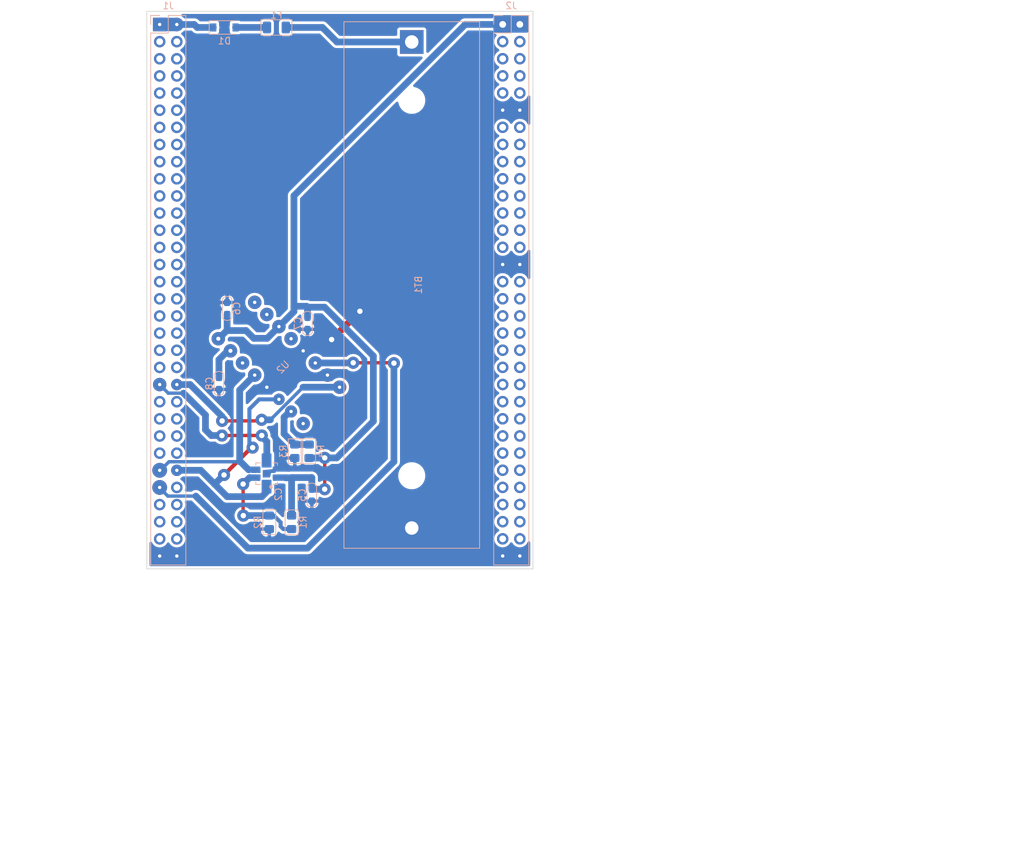
<source format=kicad_pcb>
(kicad_pcb (version 20211014) (generator pcbnew)
  (layers (0 "F.Cu" signal) (31 "B.Cu" signal) (34 "B.Paste" user) (35 "F.Paste" user) (36 "B.SilkS" user "B.Silkscreen") (37 "F.SilkS" user "F.Silkscreen") (38 "B.Mask" user) (39 "F.Mask" user) (44 "Edge.Cuts" user))
  (net 0 "")
  (net 1 "Net-(C8-Pad1)")
  (net 2 "GND")
  (net 3 "Net-(BT1-Pad1)")
  (net 4 "/GPIO_PE6")
  (net 5 "/GPIO_PC13")
  (net 6 "/GPIO_PE4")
  (net 7 "/GPIO_PE5")
  (net 8 "/GPIO_PE2")
  (net 9 "/GPIO_PE3")
  (net 10 "+3V0")
  (net 11 "/GPIO_PB7")
  (net 12 "/GPIO_PB4")
  (net 13 "/GPIO_PG9")
  (net 14 "/GPIO_PD7")
  (net 15 "/GPIO_PD5")
  (net 16 "/GPIO_PD4")
  (net 17 "/GPIO_PD2")
  (net 18 "/GPIO_PC12")
  (net 19 "/SDA")
  (net 20 "/SCL")
  (net 21 "/AINT1")
  (net 22 "VDD")
  (net 23 "+5V")
  (net 24 "/I2C_EXT_RST")
  (net 25 "/GPIO_PF6")
  (net 26 "/GPIO_PA5")
  (net 27 "/GPIO_PG3")
  (net 28 "/GPIO_PG2")
  (net 29 "Net-(C2-Pad2)")
  (net 30 "/AINT2")
  (net 31 "Net-(D1-Pad2)")
  (net 124 "/SA0")
  (footprint "local:LPS28DFWTR" (layer "B.Cu") (at 39.38 87.537726 90)
    (fp_text reference "C2" (at -3.06 1.75 90) (layer "B.SilkS") (effects (justify mirror)))
    (fp_text value "LPS28DFWTR" hide)
    (fp_text user "*" (at -1.9558 0.956 90) (layer "B.SilkS") (effects (justify mirror)))
    (fp_text user "*" (at -1.9558 0.956 90) (layer "B.SilkS") (effects (justify mirror)))
    (fp_line (start -1.6002 -1.6002) (end -1.225598 -1.6002) (layer "B.SilkS") (width 0.12))
    (fp_line (start -1.6002 -0.904597) (end -1.6002 -1.6002) (layer "B.SilkS") (width 0.12))
    (fp_line (start -1.6002 1.6002) (end -1.6002 0.904597) (layer "B.SilkS") (width 0.12))
    (fp_line (start 1.6002 1.6002) (end 1.225598 1.6002) (layer "B.SilkS") (width 0.12))
    (fp_line (start 1.6002 -1.6002) (end 1.6002 -0.904597) (layer "B.SilkS") (width 0.12))
    (fp_line (start 1.6002 0.904597) (end 1.6002 1.6002) (layer "B.SilkS") (width 0.12))
    (fp_line (start -1.225598 1.6002) (end -1.6002 1.6002) (layer "B.SilkS") (width 0.12))
    (fp_line (start 1.225598 -1.6002) (end 1.6002 -1.6002) (layer "B.SilkS") (width 0.12))
    (pad "1" smd rect (at -1.1176 0) (size 1.4478 0.4064) (layers "B.Cu" "B.Paste" "B.Mask") (net 19 "/SDA"))
    (pad "2" smd rect (at -0.575 -1.1176 90) (size 0.9398 0.4064) (layers "B.Cu" "B.Paste" "B.Mask") (net 29 "Net-(C2-Pad2)"))
    (pad "3" smd rect (at 0.575 -1.1176 90) (size 0.9398 0.4064) (layers "B.Cu" "B.Paste" "B.Mask") (net 20 "/SCL"))
    (pad "4" smd rect (at 1.1176 0) (size 1.4478 0.4064) (layers "B.Cu" "B.Paste" "B.Mask") (net 18 "/GPIO_PC12"))
    (pad "5" smd rect (at 0.575 1.1176 90) (size 0.9398 0.4064) (layers "B.Cu" "B.Paste" "B.Mask") (net 2 "GND"))
    (pad "6" smd rect (at -0.575 1.1176 90) (size 0.9398 0.4064) (layers "B.Cu" "B.Paste" "B.Mask") (net 10 "+3V0"))
    (pad "7" smd rect (at 0 0 90) (size 0.9398 0.9398) (layers "B.Cu" "B.Paste" "B.Mask") (net 2 "GND"))
  )
  (footprint "Battery:BatteryHolder_MPD_BH-18650-PC2" (layer "B.Cu") (at 60.88 23.587726 -90)
    (fp_text reference "BT1" (at 36 -1 90) (layer "B.SilkS") (effects (justify mirror)))
    (fp_text value "Battery_Cell")
    (fp_line (start 75 -10.05) (end -3 -10.05) (layer "B.SilkS") (width 0.12))
    (fp_line (start -3 10.05) (end 75 10.05) (layer "B.SilkS") (width 0.12))
    (fp_line (start -3 -10.05) (end -3 10.05) (layer "B.SilkS") (width 0.12))
    (fp_line (start 75 10.05) (end 75 -10.05) (layer "B.SilkS") (width 0.12))
    (pad "" np_thru_hole circle (at 64.255 0 270) (size 3.2 3.2) (drill 3.2) (layers *.Cu *.Mask))
    (pad "" np_thru_hole circle (at 8.645 0 270) (size 3.2 3.2) (drill 3.2) (layers *.Cu *.Mask))
    (pad "1" thru_hole rect (at 0 0 270) (size 3.5 3.5) (drill 2) (layers *.Cu *.Mask) (net 3 "Net-(BT1-Pad1)"))
    (pad "2" thru_hole circle (at 72 0 270) (size 3.5 3.5) (drill 2) (layers *.Cu *.Mask) (net 2 "GND"))
  )
  (footprint "Connector_PinSocket_2.54mm:PinSocket_2x32_P2.54mm_Vertical" (layer "B.Cu") (at 23.54 20.997726 180)
    (fp_text reference "J1" (at -1.27 2.77) (layer "B.SilkS") (effects (justify mirror)))
    (fp_text value "Conn_02x32_Odd_Even")
    (fp_line (start -3.87 -80.07) (end 1.33 -80.07) (layer "B.SilkS") (width 0.12))
    (fp_line (start -1.27 1.33) (end -1.27 -1.27) (layer "B.SilkS") (width 0.12))
    (fp_line (start -1.27 -1.27) (end 1.33 -1.27) (layer "B.SilkS") (width 0.12))
    (fp_line (start 0 1.33) (end 1.33 1.33) (layer "B.SilkS") (width 0.12))
    (fp_line (start -3.87 1.33) (end -3.87 -80.07) (layer "B.SilkS") (width 0.12))
    (fp_line (start 1.33 1.33) (end 1.33 0) (layer "B.SilkS") (width 0.12))
    (fp_line (start 1.33 -1.27) (end 1.33 -80.07) (layer "B.SilkS") (width 0.12))
    (fp_line (start -3.87 1.33) (end -1.27 1.33) (layer "B.SilkS") (width 0.12))
    (pad "1" thru_hole rect locked (at 0 0 180) (size 2 2) (drill 0.5) (layers *.Cu *.Mask) (net 23 "+5V"))
    (pad "2" thru_hole circle locked (at -2.54 0 180) (size 2 2) (drill 0.5) (layers *.Cu *.Mask) (net 23 "+5V"))
    (pad "3" thru_hole oval locked (at 0 -2.54 180) (size 1.7 1.7) (drill 1) (layers *.Cu *.Mask))
    (pad "4" thru_hole oval locked (at -2.54 -2.54 180) (size 1.7 1.7) (drill 1) (layers *.Cu *.Mask))
    (pad "5" thru_hole oval locked (at 0 -5.08 180) (size 1.7 1.7) (drill 1) (layers *.Cu *.Mask))
    (pad "6" thru_hole oval locked (at -2.54 -5.08 180) (size 1.7 1.7) (drill 1) (layers *.Cu *.Mask))
    (pad "7" thru_hole oval locked (at 0 -7.62 180) (size 1.7 1.7) (drill 1) (layers *.Cu *.Mask))
    (pad "8" thru_hole oval locked (at -2.54 -7.62 180) (size 1.7 1.7) (drill 1) (layers *.Cu *.Mask))
    (pad "9" thru_hole oval locked (at 0 -10.16 180) (size 1.7 1.7) (drill 1) (layers *.Cu *.Mask))
    (pad "10" thru_hole oval locked (at -2.54 -10.16 180) (size 1.7 1.7) (drill 1) (layers *.Cu *.Mask))
    (pad "11" thru_hole oval locked (at 0 -12.7 180) (size 1.7 1.7) (drill 1) (layers *.Cu *.Mask) (net 4 "/GPIO_PE6"))
    (pad "12" thru_hole oval locked (at -2.54 -12.7 180) (size 1.7 1.7) (drill 1) (layers *.Cu *.Mask) (net 5 "/GPIO_PC13"))
    (pad "13" thru_hole oval locked (at 0 -15.24 180) (size 1.7 1.7) (drill 1) (layers *.Cu *.Mask) (net 6 "/GPIO_PE4"))
    (pad "14" thru_hole oval locked (at -2.54 -15.24 180) (size 1.7 1.7) (drill 1) (layers *.Cu *.Mask) (net 7 "/GPIO_PE5"))
    (pad "15" thru_hole oval locked (at 0 -17.78 180) (size 1.7 1.7) (drill 1) (layers *.Cu *.Mask) (net 8 "/GPIO_PE2"))
    (pad "16" thru_hole oval locked (at -2.54 -17.78 180) (size 1.7 1.7) (drill 1) (layers *.Cu *.Mask) (net 9 "/GPIO_PE3"))
    (pad "17" thru_hole oval locked (at 0 -20.32 180) (size 1.7 1.7) (drill 1) (layers *.Cu *.Mask))
    (pad "18" thru_hole oval locked (at -2.54 -20.32 180) (size 1.7 1.7) (drill 1) (layers *.Cu *.Mask))
    (pad "19" thru_hole oval locked (at 0 -22.86 180) (size 1.7 1.7) (drill 1) (layers *.Cu *.Mask))
    (pad "20" thru_hole oval locked (at -2.54 -22.86 180) (size 1.7 1.7) (drill 1) (layers *.Cu *.Mask))
    (pad "21" thru_hole oval locked (at 0 -25.4 180) (size 1.7 1.7) (drill 1) (layers *.Cu *.Mask))
    (pad "22" thru_hole oval locked (at -2.54 -25.4 180) (size 1.7 1.7) (drill 1) (layers *.Cu *.Mask) (net 22 "VDD"))
    (pad "23" thru_hole oval locked (at 0 -27.94 180) (size 1.7 1.7) (drill 1) (layers *.Cu *.Mask))
    (pad "24" thru_hole oval locked (at -2.54 -27.94 180) (size 1.7 1.7) (drill 1) (layers *.Cu *.Mask) (net 11 "/GPIO_PB7"))
    (pad "25" thru_hole oval locked (at 0 -30.48 180) (size 1.7 1.7) (drill 1) (layers *.Cu *.Mask) (net 12 "/GPIO_PB4"))
    (pad "26" thru_hole oval locked (at -2.54 -30.48 180) (size 1.7 1.7) (drill 1) (layers *.Cu *.Mask))
    (pad "27" thru_hole oval locked (at 0 -33.02 180) (size 1.7 1.7) (drill 1) (layers *.Cu *.Mask))
    (pad "28" thru_hole oval locked (at -2.54 -33.02 180) (size 1.7 1.7) (drill 1) (layers *.Cu *.Mask))
    (pad "29" thru_hole oval locked (at 0 -35.56 180) (size 1.7 1.7) (drill 1) (layers *.Cu *.Mask))
    (pad "30" thru_hole oval locked (at -2.54 -35.56 180) (size 1.7 1.7) (drill 1) (layers *.Cu *.Mask))
    (pad "31" thru_hole oval locked (at 0 -38.1 180) (size 1.7 1.7) (drill 1) (layers *.Cu *.Mask))
    (pad "32" thru_hole oval locked (at -2.54 -38.1 180) (size 1.7 1.7) (drill 1) (layers *.Cu *.Mask))
    (pad "33" thru_hole oval locked (at 0 -40.64 180) (size 1.7 1.7) (drill 1) (layers *.Cu *.Mask) (net 13 "/GPIO_PG9"))
    (pad "34" thru_hole oval locked (at -2.54 -40.64 180) (size 1.7 1.7) (drill 1) (layers *.Cu *.Mask))
    (pad "35" thru_hole oval locked (at 0 -43.18 180) (size 1.7 1.7) (drill 1) (layers *.Cu *.Mask) (net 14 "/GPIO_PD7"))
    (pad "36" thru_hole oval locked (at -2.54 -43.18 180) (size 1.7 1.7) (drill 1) (layers *.Cu *.Mask))
    (pad "37" thru_hole oval locked (at 0 -45.72 180) (size 1.7 1.7) (drill 1) (layers *.Cu *.Mask) (net 15 "/GPIO_PD5"))
    (pad "38" thru_hole oval locked (at -2.54 -45.72 180) (size 1.7 1.7) (drill 1) (layers *.Cu *.Mask) (net 16 "/GPIO_PD4"))
    (pad "39" thru_hole oval locked (at 0 -48.26 180) (size 1.7 1.7) (drill 1) (layers *.Cu *.Mask))
    (pad "40" thru_hole oval locked (at -2.54 -48.26 180) (size 1.7 1.7) (drill 1) (layers *.Cu *.Mask) (net 17 "/GPIO_PD2"))
    (pad "41" thru_hole oval locked (at 0 -50.8 180) (size 1.7 1.7) (drill 1) (layers *.Cu *.Mask))
    (pad "42" thru_hole oval locked (at -2.54 -50.8 180) (size 1.7 1.7) (drill 1) (layers *.Cu *.Mask))
    (pad "43" thru_hole circle locked (at 0 -53.34 180) (size 2 2) (drill 0.5) (layers *.Cu *.Mask) (net 18 "/GPIO_PC12"))
    (pad "44" thru_hole oval locked (at -2.54 -53.34 180) (size 1.7 1.7) (drill 0.5) (layers *.Cu *.Mask) (net 30 "/AINT2"))
    (pad "45" thru_hole oval locked (at 0 -55.88 180) (size 1.7 1.7) (drill 1) (layers *.Cu *.Mask))
    (pad "46" thru_hole oval locked (at -2.54 -55.88 180) (size 1.7 1.7) (drill 1) (layers *.Cu *.Mask))
    (pad "47" thru_hole oval locked (at 0 -58.42 180) (size 1.7 1.7) (drill 1) (layers *.Cu *.Mask))
    (pad "48" thru_hole oval locked (at -2.54 -58.42 180) (size 1.7 1.7) (drill 1) (layers *.Cu *.Mask))
    (pad "49" thru_hole oval locked (at 0 -60.96 180) (size 1.7 1.7) (drill 1) (layers *.Cu *.Mask))
    (pad "50" thru_hole oval locked (at -2.54 -60.96 180) (size 1.7 1.7) (drill 1) (layers *.Cu *.Mask))
    (pad "51" thru_hole oval locked (at 0 -63.5 180) (size 1.7 1.7) (drill 1) (layers *.Cu *.Mask))
    (pad "52" thru_hole oval locked (at -2.54 -63.5 180) (size 1.7 1.7) (drill 1) (layers *.Cu *.Mask))
    (pad "53" thru_hole circle locked (at 0 -66.04 180) (size 2.2 2.2) (drill 0.5) (layers *.Cu *.Mask) (net 20 "/SCL"))
    (pad "54" thru_hole oval locked (at -2.54 -66.04 180) (size 1.7 1.7) (drill 0.5) (layers *.Cu *.Mask) (net 19 "/SDA"))
    (pad "55" thru_hole circle locked (at 0 -68.58 180) (size 2.2 2.2) (drill 0.5) (layers *.Cu *.Mask) (net 21 "/AINT1"))
    (pad "56" thru_hole oval locked (at -2.54 -68.58 180) (size 1.7 1.7) (drill 1) (layers *.Cu *.Mask))
    (pad "57" thru_hole oval locked (at 0 -71.12 180) (size 1.7 1.7) (drill 1) (layers *.Cu *.Mask))
    (pad "58" thru_hole oval locked (at -2.54 -71.12 180) (size 1.7 1.7) (drill 1) (layers *.Cu *.Mask))
    (pad "59" thru_hole oval locked (at 0 -73.66 180) (size 1.7 1.7) (drill 1) (layers *.Cu *.Mask))
    (pad "60" thru_hole oval locked (at -2.54 -73.66 180) (size 1.7 1.7) (drill 1) (layers *.Cu *.Mask))
    (pad "61" thru_hole oval locked (at 0 -76.2 180) (size 1.7 1.7) (drill 1) (layers *.Cu *.Mask))
    (pad "62" thru_hole oval locked (at -2.54 -76.2 180) (size 1.7 1.7) (drill 1) (layers *.Cu *.Mask))
    (pad "63" thru_hole oval locked (at 0 -78.74 180) (size 1.7 1.7) (drill 0.5) (layers *.Cu *.Mask) (net 2 "GND"))
    (pad "64" thru_hole oval locked (at -2.54 -78.74 180) (size 1.7 1.7) (drill 0.5) (layers *.Cu *.Mask) (net 2 "GND"))
  )
  (footprint "local:LGA16_BRAKEOUT" (layer "B.Cu") (at 32.224744 63.953521 -135)
    (fp_text reference "U2" (at -1.252322 -12.303277 45 unlocked) (layer "B.SilkS") (effects (justify mirror)))
    (fp_text value "MMA8452Q")
    (pad "1" thru_hole circle (at 2.54 -2.54 225) (size 2 2) (drill 0.6) (layers *.Cu *.Mask) (net 10 "+3V0"))
    (pad "2" thru_hole circle (at 2.54 -5.08 225) (size 2 2) (drill 0.6) (layers *.Cu *.Mask) (net 1 "Net-(C8-Pad1)"))
    (pad "3" thru_hole circle (at 2.54 -7.62 225) (size 2 2) (drill 0.5) (layers *.Cu *.Mask))
    (pad "4" thru_hole circle (at 2.54 -10.16 225) (size 2 2) (drill 0.5) (layers *.Cu *.Mask) (net 20 "/SCL"))
    (pad "5" thru_hole circle (at 2.54 -12.7 225) (size 2 2) (drill 0.5) (layers *.Cu *.Mask) (net 2 "GND"))
    (pad "6" thru_hole circle (at 2.54 -15.24 225) (size 1.7 1.7) (drill 0.5) (layers *.Cu *.Mask) (net 19 "/SDA"))
    (pad "7" thru_hole circle (at 2.54 -17.78 225) (size 1.8 1.8) (drill 0.5) (layers *.Cu *.Mask) (net 124 "/SA0"))
    (pad "8" thru_hole circle (at 2.54 -20.32 225) (size 2 2) (drill 0.5) (layers *.Cu *.Mask))
    (pad "9" thru_hole circle (at -5.08 -20.32 225) (size 2 2) (drill 0.5) (layers *.Cu *.Mask) (net 30 "/AINT2"))
    (pad "10" thru_hole circle (at -5.08 -17.78 225) (size 2 2) (drill 0.5) (layers *.Cu *.Mask) (net 2 "GND"))
    (pad "11" thru_hole circle (at -5.08 -15.24 225) (size 2 2) (drill 0.5) (layers *.Cu *.Mask) (net 21 "/AINT1"))
    (pad "12" thru_hole circle (at -5.08 -12.700001 225) (size 2 2) (drill 0.5) (layers *.Cu *.Mask) (net 2 "GND"))
    (pad "13" thru_hole circle (at -5.08 -10.159999 225) (size 2 2) (drill 0.5) (layers *.Cu *.Mask))
    (pad "14" thru_hole circle (at -5.08 -7.62 225) (size 2 2) (drill 0.5) (layers *.Cu *.Mask) (net 10 "+3V0"))
    (pad "15" thru_hole circle (at -5.08 -5.08 225) (size 2 2) (drill 0.5) (layers *.Cu *.Mask))
    (pad "16" thru_hole circle (at -5.08 -2.54 225) (size 2 2) (drill 0.5) (layers *.Cu *.Mask))
  )
  (footprint "Resistor_SMD_AKL:R_0805_2012Metric_Pad1.20x1.40mm" (layer "B.Cu") (at 45.68 84.217726 90)
    (fp_text reference "R4" (at 0 1.7145 90) (layer "B.SilkS") (effects (justify mirror)))
    (fp_text value "R")
    (fp_line (start 1.8415 0.9525) (end -1.8415 0.9525) (layer "B.SilkS") (width 0.12))
    (fp_line (start 1.8415 -0.9525) (end 1.8415 0.9525) (layer "B.SilkS") (width 0.12))
    (fp_line (start -1.8415 0.9525) (end -1.8415 -0.9525) (layer "B.SilkS") (width 0.12))
    (fp_line (start -1.8415 -0.9525) (end 1.8415 -0.9525) (layer "B.SilkS") (width 0.12))
    (pad "1" smd roundrect (at -1 0 90) (size 1.2 1.4) (layers "B.Cu" "B.Paste" "B.Mask") (roundrect_rratio 0.208333) (net 10 "+3V0"))
    (pad "2" smd roundrect (at 1 0 90) (size 1.2 1.4) (layers "B.Cu" "B.Paste" "B.Mask") (roundrect_rratio 0.208333) (net 124 "/SA0"))
  )
  (footprint "Connector_PinSocket_2.54mm:PinSocket_2x32_P2.54mm_Vertical" (layer "B.Cu") (at 74.35 20.987726 180)
    (fp_text reference "J2" (at -1.27 2.77) (layer "B.SilkS") (effects (justify mirror)))
    (fp_text value "Conn_02x32_Odd_Even")
    (fp_line (start -3.87 1.33) (end -3.87 -80.07) (layer "B.SilkS") (width 0.12))
    (fp_line (start 0 1.33) (end 1.33 1.33) (layer "B.SilkS") (width 0.12))
    (fp_line (start -3.87 1.33) (end -1.27 1.33) (layer "B.SilkS") (width 0.12))
    (fp_line (start -1.27 -1.27) (end 1.33 -1.27) (layer "B.SilkS") (width 0.12))
    (fp_line (start 1.33 -1.27) (end 1.33 -80.07) (layer "B.SilkS") (width 0.12))
    (fp_line (start -3.87 -80.07) (end 1.33 -80.07) (layer "B.SilkS") (width 0.12))
    (fp_line (start -1.27 1.33) (end -1.27 -1.27) (layer "B.SilkS") (width 0.12))
    (fp_line (start 1.33 1.33) (end 1.33 0) (layer "B.SilkS") (width 0.12))
    (pad "1" thru_hole rect locked (at 0 0 180) (size 2 2) (drill 1) (layers *.Cu *.Mask) (net 10 "+3V0"))
    (pad "2" thru_hole oval locked (at -2.54 0 180) (size 1.7 1.7) (drill 1) (layers *.Cu *.Mask) (net 10 "+3V0"))
    (pad "3" thru_hole oval locked (at 0 -2.54 180) (size 1.7 1.7) (drill 1) (layers *.Cu *.Mask) (net 25 "/GPIO_PF6"))
    (pad "4" thru_hole oval locked (at -2.54 -2.54 180) (size 1.7 1.7) (drill 1) (layers *.Cu *.Mask))
    (pad "5" thru_hole oval locked (at 0 -5.08 180) (size 1.7 1.7) (drill 1) (layers *.Cu *.Mask))
    (pad "6" thru_hole oval locked (at -2.54 -5.08 180) (size 1.7 1.7) (drill 1) (layers *.Cu *.Mask))
    (pad "7" thru_hole oval locked (at 0 -7.62 180) (size 1.7 1.7) (drill 1) (layers *.Cu *.Mask))
    (pad "8" thru_hole oval locked (at -2.54 -7.62 180) (size 1.7 1.7) (drill 1) (layers *.Cu *.Mask))
    (pad "9" thru_hole oval locked (at 0 -10.16 180) (size 1.7 1.7) (drill 1) (layers *.Cu *.Mask))
    (pad "10" thru_hole oval locked (at -2.54 -10.16 180) (size 1.7 1.7) (drill 1) (layers *.Cu *.Mask))
    (pad "11" thru_hole oval locked (at 0 -12.7 180) (size 1.7 1.7) (drill 0.5) (layers *.Cu *.Mask) (net 2 "GND"))
    (pad "12" thru_hole oval locked (at -2.54 -12.7 180) (size 1.7 1.7) (drill 0.5) (layers *.Cu *.Mask) (net 2 "GND"))
    (pad "13" thru_hole oval locked (at 0 -15.24 180) (size 1.7 1.7) (drill 1) (layers *.Cu *.Mask))
    (pad "14" thru_hole oval locked (at -2.54 -15.24 180) (size 1.7 1.7) (drill 1) (layers *.Cu *.Mask))
    (pad "15" thru_hole oval locked (at 0 -17.78 180) (size 1.7 1.7) (drill 1) (layers *.Cu *.Mask))
    (pad "16" thru_hole oval locked (at -2.54 -17.78 180) (size 1.7 1.7) (drill 1) (layers *.Cu *.Mask))
    (pad "17" thru_hole oval locked (at 0 -20.32 180) (size 1.7 1.7) (drill 1) (layers *.Cu *.Mask))
    (pad "18" thru_hole oval locked (at -2.54 -20.32 180) (size 1.7 1.7) (drill 1) (layers *.Cu *.Mask))
    (pad "19" thru_hole oval locked (at 0 -22.86 180) (size 1.7 1.7) (drill 1) (layers *.Cu *.Mask))
    (pad "20" thru_hole oval locked (at -2.54 -22.86 180) (size 1.7 1.7) (drill 1) (layers *.Cu *.Mask))
    (pad "21" thru_hole oval locked (at 0 -25.4 180) (size 1.7 1.7) (drill 1) (layers *.Cu *.Mask) (net 26 "/GPIO_PA5"))
    (pad "22" thru_hole oval locked (at -2.54 -25.4 180) (size 1.7 1.7) (drill 1) (layers *.Cu *.Mask))
    (pad "23" thru_hole oval locked (at 0 -27.94 180) (size 1.7 1.7) (drill 1) (layers *.Cu *.Mask) (net 24 "/I2C_EXT_RST"))
    (pad "24" thru_hole oval locked (at -2.54 -27.94 180) (size 1.7 1.7) (drill 1) (layers *.Cu *.Mask))
    (pad "25" thru_hole oval locked (at 0 -30.48 180) (size 1.7 1.7) (drill 1) (layers *.Cu *.Mask))
    (pad "26" thru_hole oval locked (at -2.54 -30.48 180) (size 1.7 1.7) (drill 1) (layers *.Cu *.Mask))
    (pad "27" thru_hole oval locked (at 0 -33.02 180) (size 1.7 1.7) (drill 1) (layers *.Cu *.Mask))
    (pad "28" thru_hole oval locked (at -2.54 -33.02 180) (size 1.7 1.7) (drill 1) (layers *.Cu *.Mask))
    (pad "29" thru_hole oval locked (at 0 -35.56 180) (size 1.7 1.7) (drill 0.5) (layers *.Cu *.Mask) (net 2 "GND"))
    (pad "30" thru_hole oval locked (at -2.54 -35.56 180) (size 1.7 1.7) (drill 0.5) (layers *.Cu *.Mask) (net 2 "GND"))
    (pad "31" thru_hole oval locked (at 0 -38.1 180) (size 1.7 1.7) (drill 1) (layers *.Cu *.Mask))
    (pad "32" thru_hole oval locked (at -2.54 -38.1 180) (size 1.7 1.7) (drill 1) (layers *.Cu *.Mask))
    (pad "33" thru_hole oval locked (at 0 -40.64 180) (size 1.7 1.7) (drill 1) (layers *.Cu *.Mask))
    (pad "34" thru_hole oval locked (at -2.54 -40.64 180) (size 1.7 1.7) (drill 1) (layers *.Cu *.Mask))
    (pad "35" thru_hole oval locked (at 0 -43.18 180) (size 1.7 1.7) (drill 1) (layers *.Cu *.Mask))
    (pad "36" thru_hole oval locked (at -2.54 -43.18 180) (size 1.7 1.7) (drill 1) (layers *.Cu *.Mask))
    (pad "37" thru_hole oval locked (at 0 -45.72 180) (size 1.7 1.7) (drill 1) (layers *.Cu *.Mask))
    (pad "38" thru_hole oval locked (at -2.54 -45.72 180) (size 1.7 1.7) (drill 1) (layers *.Cu *.Mask))
    (pad "39" thru_hole oval locked (at 0 -48.26 180) (size 1.7 1.7) (drill 1) (layers *.Cu *.Mask))
    (pad "40" thru_hole oval locked (at -2.54 -48.26 180) (size 1.7 1.7) (drill 1) (layers *.Cu *.Mask))
    (pad "41" thru_hole oval locked (at 0 -50.8 180) (size 1.7 1.7) (drill 1) (layers *.Cu *.Mask))
    (pad "42" thru_hole oval locked (at -2.54 -50.8 180) (size 1.7 1.7) (drill 1) (layers *.Cu *.Mask))
    (pad "43" thru_hole oval locked (at 0 -53.34 180) (size 1.7 1.7) (drill 1) (layers *.Cu *.Mask))
    (pad "44" thru_hole oval locked (at -2.54 -53.34 180) (size 1.7 1.7) (drill 1) (layers *.Cu *.Mask))
    (pad "45" thru_hole oval locked (at 0 -55.88 180) (size 1.7 1.7) (drill 1) (layers *.Cu *.Mask))
    (pad "46" thru_hole oval locked (at -2.54 -55.88 180) (size 1.7 1.7) (drill 1) (layers *.Cu *.Mask))
    (pad "47" thru_hole oval locked (at 0 -58.42 180) (size 1.7 1.7) (drill 1) (layers *.Cu *.Mask))
    (pad "48" thru_hole oval locked (at -2.54 -58.42 180) (size 1.7 1.7) (drill 1) (layers *.Cu *.Mask))
    (pad "49" thru_hole oval locked (at 0 -60.96 180) (size 1.7 1.7) (drill 1) (layers *.Cu *.Mask))
    (pad "50" thru_hole oval locked (at -2.54 -60.96 180) (size 1.7 1.7) (drill 1) (layers *.Cu *.Mask))
    (pad "51" thru_hole oval locked (at 0 -63.5 180) (size 1.7 1.7) (drill 1) (layers *.Cu *.Mask))
    (pad "52" thru_hole oval locked (at -2.54 -63.5 180) (size 1.7 1.7) (drill 1) (layers *.Cu *.Mask))
    (pad "53" thru_hole oval locked (at 0 -66.04 180) (size 1.7 1.7) (drill 1) (layers *.Cu *.Mask))
    (pad "54" thru_hole oval locked (at -2.54 -66.04 180) (size 1.7 1.7) (drill 1) (layers *.Cu *.Mask))
    (pad "55" thru_hole oval locked (at 0 -68.58 180) (size 1.7 1.7) (drill 1) (layers *.Cu *.Mask))
    (pad "56" thru_hole oval locked (at -2.54 -68.58 180) (size 1.7 1.7) (drill 1) (layers *.Cu *.Mask))
    (pad "57" thru_hole oval locked (at 0 -71.12 180) (size 1.7 1.7) (drill 1) (layers *.Cu *.Mask))
    (pad "58" thru_hole oval locked (at -2.54 -71.12 180) (size 1.7 1.7) (drill 1) (layers *.Cu *.Mask))
    (pad "59" thru_hole oval locked (at 0 -73.66 180) (size 1.7 1.7) (drill 1) (layers *.Cu *.Mask))
    (pad "60" thru_hole oval locked (at -2.54 -73.66 180) (size 1.7 1.7) (drill 1) (layers *.Cu *.Mask))
    (pad "61" thru_hole oval locked (at 0 -76.2 180) (size 1.7 1.7) (drill 1) (layers *.Cu *.Mask) (net 27 "/GPIO_PG3"))
    (pad "62" thru_hole oval locked (at -2.54 -76.2 180) (size 1.7 1.7) (drill 1) (layers *.Cu *.Mask) (net 28 "/GPIO_PG2"))
    (pad "63" thru_hole oval locked (at 0 -78.74 180) (size 1.7 1.7) (drill 0.5) (layers *.Cu *.Mask) (net 2 "GND"))
    (pad "64" thru_hole oval locked (at -2.54 -78.74 180) (size 1.7 1.7) (drill 0.5) (layers *.Cu *.Mask) (net 2 "GND"))
  )
  (footprint "Capacitor_SMD_AKL:C_0603_1608Metric_Pad1.05x0.95mm" (layer "B.Cu") (at 45.44 65.277726 -90)
    (fp_text reference "C7" (at 0 1.43 90) (layer "B.SilkS") (effects (justify mirror)))
    (fp_text value "100nF")
    (fp_line (start -1.397 -0.698501) (end 1.397 -0.6985) (layer "B.SilkS") (width 0.12))
    (fp_line (start 1.396999 0.698499) (end -1.397001 0.698498) (layer "B.SilkS") (width 0.12))
    (fp_arc (start -1.397001 0.698498) (mid -1.780439 -0.000002) (end -1.397 -0.698501) (layer "B.SilkS") (width 0.12))
    (fp_arc (start 1.397 -0.6985) (mid 1.780439 0) (end 1.396999 0.698499) (layer "B.SilkS") (width 0.12))
    (pad "1" smd roundrect (at -0.875 0 270) (size 1.05 0.95) (layers "B.Cu" "B.Paste" "B.Mask") (net 10 "+3V0"))
    (pad "2" smd roundrect (at 0.875 0 270) (size 1.05 0.95) (layers "B.Cu" "B.Paste" "B.Mask") (net 2 "GND"))
  )
  (footprint "Resistor_SMD_AKL:R_0805_2012Metric_Pad1.20x1.40mm" (layer "B.Cu") (at 39.78 94.737726 -90)
    (fp_text reference "R2" (at 0 1.7145 90) (layer "B.SilkS") (effects (justify mirror)))
    (fp_text value "10k")
    (fp_line (start 1.8415 -0.9525) (end 1.8415 0.9525) (layer "B.SilkS") (width 0.12))
    (fp_line (start 1.8415 0.9525) (end -1.8415 0.9525) (layer "B.SilkS") (width 0.12))
    (fp_line (start -1.8415 -0.9525) (end 1.8415 -0.9525) (layer "B.SilkS") (width 0.12))
    (fp_line (start -1.8415 0.9525) (end -1.8415 -0.9525) (layer "B.SilkS") (width 0.12))
    (pad "1" smd roundrect (at -1 0 270) (size 1.2 1.4) (layers "B.Cu" "B.Paste" "B.Mask") (roundrect_rratio 0.208333) (net 29 "Net-(C2-Pad2)"))
    (pad "2" smd roundrect (at 1 0 270) (size 1.2 1.4) (layers "B.Cu" "B.Paste" "B.Mask") (roundrect_rratio 0.208333) (net 2 "GND"))
  )
  (footprint "Diode_SMD:D_SOD-123" (layer "B.Cu") (at 33.13 21.437726)
    (fp_text reference "D1" (at 0 2) (layer "B.SilkS") (effects (justify mirror)))
    (fp_text value "1N4148W")
    (fp_line (start -2.25 -1) (end 1.65 -1) (layer "B.SilkS") (width 0.12))
    (fp_line (start -2.25 1) (end -2.25 -1) (layer "B.SilkS") (width 0.12))
    (fp_line (start -2.25 1) (end 1.65 1) (layer "B.SilkS") (width 0.12))
    (pad "1" smd rect (at -1.65 0) (size 0.9 1.2) (layers "B.Cu" "B.Paste" "B.Mask") (net 23 "+5V"))
    (pad "2" smd rect (at 1.65 0) (size 0.9 1.2) (layers "B.Cu" "B.Paste" "B.Mask") (net 31 "Net-(D1-Pad2)"))
  )
  (footprint "Resistor_SMD_AKL:R_0805_2012Metric_Pad1.20x1.40mm" (layer "B.Cu") (at 43.08 94.737726 90)
    (fp_text reference "R1" (at 0 1.7145 90) (layer "B.SilkS") (effects (justify mirror)))
    (fp_text value "10k")
    (fp_line (start 1.8415 -0.9525) (end 1.8415 0.9525) (layer "B.SilkS") (width 0.12))
    (fp_line (start -1.8415 0.9525) (end -1.8415 -0.9525) (layer "B.SilkS") (width 0.12))
    (fp_line (start 1.8415 0.9525) (end -1.8415 0.9525) (layer "B.SilkS") (width 0.12))
    (fp_line (start -1.8415 -0.9525) (end 1.8415 -0.9525) (layer "B.SilkS") (width 0.12))
    (pad "1" smd roundrect (at -1 0 90) (size 1.2 1.4) (layers "B.Cu" "B.Paste" "B.Mask") (roundrect_rratio 0.208333) (net 29 "Net-(C2-Pad2)"))
    (pad "2" smd roundrect (at 1 0 90) (size 1.2 1.4) (layers "B.Cu" "B.Paste" "B.Mask") (roundrect_rratio 0.208333) (net 10 "+3V0"))
  )
  (footprint "Fuse_AKL:Fuse_1206_3216Metric" (layer "B.Cu") (at 40.83 21.437726 180)
    (fp_text reference "F1" (at 0 1.82) (layer "B.SilkS") (effects (justify mirror)))
    (fp_text value "Fuse_Small")
    (fp_line (start 2.286 1.143) (end 2.286 -1.143) (layer "B.SilkS") (width 0.12))
    (fp_line (start 2.286 -1.143) (end -2.286 -1.143) (layer "B.SilkS") (width 0.12))
    (fp_line (start -2.286 -1.143) (end -2.286 1.143) (layer "B.SilkS") (width 0.12))
    (fp_line (start -2.286 1.143) (end 2.286 1.143) (layer "B.SilkS") (width 0.12))
    (pad "1" smd roundrect (at -1.4 0 180) (size 1.25 1.75) (layers "B.Cu" "B.Paste" "B.Mask") (roundrect_rratio 0.2) (net 3 "Net-(BT1-Pad1)"))
    (pad "2" smd roundrect (at 1.4 0 180) (size 1.25 1.75) (layers "B.Cu" "B.Paste" "B.Mask") (roundrect_rratio 0.2) (net 31 "Net-(D1-Pad2)"))
  )
  (footprint "Capacitor_SMD_AKL:C_0603_1608Metric_Pad1.05x0.95mm" (layer "B.Cu") (at 32.32 74.177726 -90)
    (fp_text reference "C8" (at 0 1.43 90) (layer "B.SilkS") (effects (justify mirror)))
    (fp_text value "100nF")
    (fp_line (start 1.396999 0.698499) (end -1.397001 0.698498) (layer "B.SilkS") (width 0.12))
    (fp_line (start -1.397 -0.698501) (end 1.397 -0.6985) (layer "B.SilkS") (width 0.12))
    (fp_arc (start -1.397001 0.698498) (mid -1.780439 -0.000002) (end -1.397 -0.698501) (layer "B.SilkS") (width 0.12))
    (fp_arc (start 1.397 -0.6985) (mid 1.780439 0) (end 1.396999 0.698499) (layer "B.SilkS") (width 0.12))
    (pad "1" smd roundrect (at -0.875 0 270) (size 1.05 0.95) (layers "B.Cu" "B.Paste" "B.Mask") (net 1 "Net-(C8-Pad1)"))
    (pad "2" smd roundrect (at 0.875 0 270) (size 1.05 0.95) (layers "B.Cu" "B.Paste" "B.Mask") (net 2 "GND"))
  )
  (footprint "Resistor_SMD_AKL:R_0805_2012Metric_Pad1.20x1.40mm" (layer "B.Cu") (at 43.55 84.217726 -90)
    (fp_text reference "R3" (at 0 1.7145 90) (layer "B.SilkS") (effects (justify mirror)))
    (fp_text value "R")
    (fp_line (start 1.8415 -0.9525) (end 1.8415 0.9525) (layer "B.SilkS") (width 0.12))
    (fp_line (start -1.8415 -0.9525) (end 1.8415 -0.9525) (layer "B.SilkS") (width 0.12))
    (fp_line (start 1.8415 0.9525) (end -1.8415 0.9525) (layer "B.SilkS") (width 0.12))
    (fp_line (start -1.8415 0.9525) (end -1.8415 -0.9525) (layer "B.SilkS") (width 0.12))
    (pad "1" smd roundrect (at -1 0 270) (size 1.2 1.4) (layers "B.Cu" "B.Paste" "B.Mask") (roundrect_rratio 0.208333) (net 124 "/SA0"))
    (pad "2" smd roundrect (at 1 0 270) (size 1.2 1.4) (layers "B.Cu" "B.Paste" "B.Mask") (roundrect_rratio 0.208333) (net 2 "GND"))
  )
  (footprint "Capacitor_SMD_AKL:C_0603_1608Metric_Pad1.05x0.95mm" (layer "B.Cu") (at 46.08 90.717726 -90)
    (fp_text reference "C5" (at 0 1.43 90) (layer "B.SilkS") (effects (justify mirror)))
    (fp_text value "100nF")
    (fp_line (start -1.397 -0.698501) (end 1.397 -0.6985) (layer "B.SilkS") (width 0.12))
    (fp_line (start 1.396999 0.698499) (end -1.397001 0.698498) (layer "B.SilkS") (width 0.12))
    (fp_arc (start -1.397001 0.698498) (mid -1.780439 -0.000002) (end -1.397 -0.698501) (layer "B.SilkS") (width 0.12))
    (fp_arc (start 1.397 -0.6985) (mid 1.780439 0) (end 1.396999 0.698499) (layer "B.SilkS") (width 0.12))
    (pad "1" smd roundrect (at -0.875 0 270) (size 1.05 0.95) (layers "B.Cu" "B.Paste" "B.Mask") (net 10 "+3V0"))
    (pad "2" smd roundrect (at 0.875 0 270) (size 1.05 0.95) (layers "B.Cu" "B.Paste" "B.Mask") (net 2 "GND"))
  )
  (footprint "Capacitor_SMD_AKL:C_0603_1608Metric_Pad1.05x0.95mm" (layer "B.Cu") (at 33.53 63.057726 90)
    (fp_text reference "C6" (at 0 1.43 90) (layer "B.SilkS") (effects (justify mirror)))
    (fp_text value "100nF")
    (fp_line (start 1.396999 0.698499) (end -1.397001 0.698498) (layer "B.SilkS") (width 0.12))
    (fp_line (start -1.397 -0.698501) (end 1.397 -0.6985) (layer "B.SilkS") (width 0.12))
    (fp_arc (start 1.397 -0.6985) (mid 1.780439 0) (end 1.396999 0.698499) (layer "B.SilkS") (width 0.12))
    (fp_arc (start -1.397001 0.698498) (mid -1.780439 -0.000002) (end -1.397 -0.698501) (layer "B.SilkS") (width 0.12))
    (pad "1" smd roundrect (at -0.875 0 90) (size 1.05 0.95) (layers "B.Cu" "B.Paste" "B.Mask") (net 10 "+3V0"))
    (pad "2" smd roundrect (at 0.875 0 90) (size 1.05 0.95) (layers "B.Cu" "B.Paste" "B.Mask") (net 2 "GND"))
  )
  (gr_line (start 78.83 101.637726) (end 78.83 19.037726) (layer "Edge.Cuts") (width 0.1))
  (gr_line (start 21.63 19.037726) (end 21.63 101.637726) (layer "Edge.Cuts") (width 0.1))
  (gr_line (start 21.63 101.637726) (end 78.83 101.637726) (layer "Edge.Cuts") (width 0.1))
  (gr_line (start 78.83 19.037726) (end 21.63 19.037726) (layer "Edge.Cuts") (width 0.1))
  (segment (start 34.020795 69.341675) (end 33.616051 69.341675) (width 1) (layer "B.Cu") (net 1))
  (segment (start 32.32 70.637726) (end 32.32 73.302726) (width 1) (layer "B.Cu") (net 1))
  (segment (start 33.616051 69.341675) (end 32.32 70.637726) (width 1) (layer "B.Cu") (net 1))
  (segment (start 53.21 63.477726) (end 53.2 63.477726) (width 1) (layer "F.Cu") (net 2))
  (segment (start 53.2 63.477726) (end 49.01 67.667726) (width 1) (layer "F.Cu") (net 2))
  (via (at 53.2 63.477726) (size 1.8) (drill 0.8) (layers "F.Cu" "B.Cu") (net 2))
  (via (at 49.01 67.667726) (size 1.8) (drill 0.8) (layers "F.Cu" "B.Cu") (net 2))
  (segment (start 42.23 21.437726) (end 47.65 21.437726) (width 1) (layer "B.Cu") (net 3))
  (segment (start 47.65 21.437726) (end 49.8 23.587726) (width 1) (layer "B.Cu") (net 3))
  (segment (start 49.8 23.587726) (end 60.88 23.587726) (width 1) (layer "B.Cu") (net 3))
  (segment (start 47.99 85.197726) (end 47.99 89.827726) (width 0.5) (layer "F.Cu") (net 10))
  (segment (start 47.99 89.827726) (end 47.98 89.837726) (width 1) (layer "F.Cu") (net 10))
  (via (at 47.99 85.197726) (size 1.8) (drill 0.8) (layers "F.Cu" "B.Cu") (net 10))
  (via (at 47.98 89.837726) (size 1.8) (drill 0.8) (layers "F.Cu" "B.Cu") (net 10))
  (segment (start 55.19 79.777726) (end 55.19 70.097726) (width 1) (layer "B.Cu") (net 10))
  (segment (start 45.44 64.402726) (end 45.44 62.877726) (width 1) (layer "B.Cu") (net 10))
  (segment (start 47.97 62.877726) (end 45.44 62.877726) (width 1) (layer "B.Cu") (net 10))
  (segment (start 45.68 85.217726) (end 45.71 85.217726) (width 1) (layer "B.Cu") (net 10))
  (segment (start 47.97 85.217726) (end 47.99 85.197726) (width 1) (layer "B.Cu") (net 10))
  (segment (start 43.43 62.737726) (end 43.43 63.524572) (width 1) (layer "B.Cu") (net 10))
  (segment (start 32.224744 67.545623) (end 32.272103 67.545623) (width 1) (layer "B.Cu") (net 10))
  (segment (start 68.802274 20.987726) (end 43.43 46.36) (width 1) (layer "B.Cu") (net 10))
  (segment (start 47.99 85.197726) (end 49.77 85.197726) (width 1) (layer "B.Cu") (net 10))
  (segment (start 49.77 85.197726) (end 55.19 79.777726) (width 1) (layer "B.Cu") (net 10))
  (segment (start 46.08 89.842726) (end 47.975 89.842726) (width 1) (layer "B.Cu") (net 10))
  (segment (start 36.33 66.337726) (end 37.48 67.487726) (width 1) (layer "B.Cu") (net 10))
  (segment (start 43.43 62.737726) (end 45.3 62.737726) (width 1) (layer "B.Cu") (net 10))
  (segment (start 45.44 62.877726) (end 45.3 62.737726) (width 1) (layer "B.Cu") (net 10))
  (segment (start 43.43 46.36) (end 43.43 62.737726) (width 1) (layer "B.Cu") (net 10))
  (segment (start 43.045 88.112726) (end 46.055 88.112726) (width 1) (layer "B.Cu") (net 10))
  (segment (start 43.08 88.147726) (end 43.045 88.112726) (width 0.45) (layer "B.Cu") (net 10))
  (segment (start 45.68 85.217726) (end 47.97 85.217726) (width 1) (layer "B.Cu") (net 10))
  (segment (start 74.35 20.987726) (end 68.802274 20.987726) (width 1) (layer "B.Cu") (net 10))
  (segment (start 32.272103 67.545623) (end 33.48 66.337726) (width 1) (layer "B.Cu") (net 10))
  (segment (start 47.975 89.842726) (end 47.98 89.837726) (width 1) (layer "B.Cu") (net 10))
  (segment (start 43.43 63.524572) (end 41.205 65.749572) (width 1) (layer "B.Cu") (net 10))
  (segment (start 76.89 20.987726) (end 74.35 20.987726) (width 1) (layer "B.Cu") (net 10))
  (segment (start 43.08 93.737726) (end 43.08 88.147726) (width 1) (layer "B.Cu") (net 10))
  (segment (start 33.53 66.287726) (end 33.48 66.337726) (width 1) (layer "B.Cu") (net 10))
  (segment (start 46.08 88.137726) (end 46.055 88.112726) (width 1) (layer "B.Cu") (net 10))
  (segment (start 46.08 89.842726) (end 46.08 88.137726) (width 1) (layer "B.Cu") (net 10))
  (segment (start 55.19 70.097726) (end 47.97 62.877726) (width 1) (layer "B.Cu") (net 10))
  (segment (start 39.466846 67.487726) (end 41.205 65.749572) (width 1) (layer "B.Cu") (net 10))
  (segment (start 43.08 88.147726) (end 42.22 88.147726) (width 1) (layer "B.Cu") (net 10))
  (segment (start 37.48 67.487726) (end 39.466846 67.487726) (width 1) (layer "B.Cu") (net 10))
  (segment (start 33.48 66.337726) (end 36.33 66.337726) (width 1) (layer "B.Cu") (net 10))
  (segment (start 33.53 63.932726) (end 33.53 66.287726) (width 1) (layer "B.Cu") (net 10))
  (segment (start 32.76 81.887726) (end 32.77 81.877726) (width 0.5) (layer "F.Cu") (net 18))
  (segment (start 32.77 81.877726) (end 38.66 81.877726) (width 0.5) (layer "F.Cu") (net 18))
  (via (at 38.66 81.877726) (size 1.8) (drill 0.8) (layers "F.Cu" "B.Cu") (net 18))
  (via (at 32.76 81.887726) (size 1.8) (drill 0.8) (layers "F.Cu" "B.Cu") (net 18))
  (segment (start 30.32 78.847726) (end 30.32 81.027726) (width 1) (layer "B.Cu") (net 18))
  (segment (start 30.32 81.027726) (end 31.18 81.887726) (width 1) (layer "B.Cu") (net 18))
  (segment (start 24.8 75.607726) (end 27.08 75.607726) (width 0.5) (layer "B.Cu") (net 18))
  (segment (start 38.66 82.027726) (end 39.41 82.777726) (width 1) (layer "B.Cu") (net 18))
  (segment (start 27.08 75.607726) (end 30.32 78.847726) (width 1) (layer "B.Cu") (net 18))
  (segment (start 23.54 74.347726) (end 24.8 75.607726) (width 0.5) (layer "B.Cu") (net 18))
  (segment (start 23.54 74.337726) (end 23.54 74.347726) (width 0.5) (layer "B.Cu") (net 18))
  (segment (start 38.66 81.877726) (end 38.66 82.027726) (width 1) (layer "B.Cu") (net 18))
  (segment (start 39.41 82.777726) (end 39.41 86.077726) (width 1) (layer "B.Cu") (net 18))
  (segment (start 31.18 81.887726) (end 32.76 81.887726) (width 1) (layer "B.Cu") (net 18))
  (segment (start 37.31 83.677726) (end 37.12 83.677726) (width 0.6) (layer "F.Cu") (net 19))
  (segment (start 37.12 83.677726) (end 33.07 87.727726) (width 0.6) (layer "F.Cu") (net 19))
  (via (at 33.07 87.727726) (size 1.8) (drill 0.8) (layers "F.Cu" "B.Cu") (net 19))
  (via (at 37.31 83.677726) (size 1.8) (drill 0.8) (layers "F.Cu" "B.Cu") (net 19))
  (segment (start 41.205 76.52588) (end 38.271846 76.52588) (width 0.6) (layer "B.Cu") (net 19))
  (segment (start 33.07 87.727726) (end 33.04 87.727726) (width 0.6) (layer "B.Cu") (net 19))
  (segment (start 36.83 77.967726) (end 36.83 81.547726) (width 0.6) (layer "B.Cu") (net 19))
  (segment (start 38.271846 76.52588) (end 36.83 77.967726) (width 0.6) (layer "B.Cu") (net 19))
  (segment (start 33.04 87.727726) (end 31.68 89.087726) (width 1) (layer "B.Cu") (net 19))
  (segment (start 33.53 90.937726) (end 38.68 90.937726) (width 1) (layer "B.Cu") (net 19))
  (segment (start 31.68 89.087726) (end 33.53 90.937726) (width 1) (layer "B.Cu") (net 19))
  (segment (start 26.08 87.037726) (end 29.63 87.037726) (width 1) (layer "B.Cu") (net 19))
  (segment (start 36.83 81.547726) (end 36.83 83.197726) (width 0.6) (layer "B.Cu") (net 19))
  (segment (start 29.63 87.037726) (end 31.68 89.087726) (width 1) (layer "B.Cu") (net 19))
  (segment (start 38.68 90.937726) (end 39.38 90.237726) (width 1) (layer "B.Cu") (net 19))
  (segment (start 36.83 83.197726) (end 37.31 83.677726) (width 0.6) (layer "B.Cu") (net 19))
  (segment (start 23.54 87.037726) (end 23.66 87.037726) (width 0.5) (layer "B.Cu") (net 20))
  (segment (start 23.54 87.037726) (end 23.71 87.037726) (width 0.5) (layer "B.Cu") (net 20))
  (segment (start 37.612898 72.933777) (end 37.603949 72.933777) (width 1) (layer "B.Cu") (net 20))
  (segment (start 23.54 87.037726) (end 23.69 87.037726) (width 0.5) (layer "B.Cu") (net 20))
  (segment (start 35.39 75.147726) (end 35.39 85.767726) (width 1) (layer "B.Cu") (net 20))
  (segment (start 35.39 85.767726) (end 35.52 85.767726) (width 0.5) (layer "B.Cu") (net 20))
  (segment (start 24.92 85.767726) (end 35.39 85.767726) (width 0.5) (layer "B.Cu") (net 20))
  (segment (start 23.65 87.037726) (end 24.92 85.767726) (width 0.5) (layer "B.Cu") (net 20))
  (segment (start 23.54 87.037726) (end 23.65 87.037726) (width 0.5) (layer "B.Cu") (net 20))
  (segment (start 23.54 87.037726) (end 23.85 87.037726) (width 0.5) (layer "B.Cu") (net 20))
  (segment (start 23.54 87.037726) (end 23.76 87.037726) (width 0.5) (layer "B.Cu") (net 20))
  (segment (start 23.54 87.037726) (end 23.81 87.037726) (width 0.5) (layer "B.Cu") (net 20))
  (segment (start 37.603949 72.933777) (end 35.39 75.147726) (width 1) (layer "B.Cu") (net 20))
  (segment (start 23.54 87.037726) (end 23.67 87.037726) (width 0.5) (layer "B.Cu") (net 20))
  (segment (start 35.52 85.767726) (end 36.715 86.962726) (width 1) (layer "B.Cu") (net 20))
  (segment (start 58.24 71.167726) (end 58.18 71.107726) (width 0.5) (layer "F.Cu") (net 21))
  (segment (start 58.18 71.107726) (end 52.21 71.107726) (width 0.5) (layer "F.Cu") (net 21))
  (via (at 52.21 71.107726) (size 1.8) (drill 0.8) (layers "F.Cu" "B.Cu") (net 21))
  (via (at 58.24 71.167726) (size 1.8) (drill 0.8) (layers "F.Cu" "B.Cu") (net 21))
  (segment (start 23.54 89.577726) (end 23.54 89.647726) (width 0.5) (layer "B.Cu") (net 21))
  (segment (start 28.9 90.857726) (end 36.61 98.567726) (width 1) (layer "B.Cu") (net 21))
  (segment (start 24.75 90.857726) (end 28.9 90.857726) (width 0.5) (layer "B.Cu") (net 21))
  (segment (start 23.54 89.647726) (end 24.75 90.857726) (width 0.5) (layer "B.Cu") (net 21))
  (segment (start 45.43 98.567726) (end 58.24 85.757726) (width 1) (layer "B.Cu") (net 21))
  (segment (start 52.21 71.107726) (end 52.18 71.137726) (width 0.5) (layer "B.Cu") (net 21))
  (segment (start 52.18 71.137726) (end 46.593154 71.137726) (width 1) (layer "B.Cu") (net 21))
  (segment (start 58.24 85.757726) (end 58.24 71.167726) (width 1) (layer "B.Cu") (net 21))
  (segment (start 36.61 98.567726) (end 45.43 98.567726) (width 1) (layer "B.Cu") (net 21))
  (segment (start 23.54 20.997726) (end 26.08 20.997726) (width 2) (layer "B.Cu") (net 23))
  (segment (start 29.1 21.437726) (end 31.48 21.437726) (width 1) (layer "B.Cu") (net 23))
  (segment (start 28.66 20.997726) (end 29.1 21.437726) (width 1) (layer "B.Cu") (net 23))
  (segment (start 26.08 20.997726) (end 28.66 20.997726) (width 1) (layer "B.Cu") (net 23))
  (segment (start 35.9 93.717726) (end 35.93 93.747726) (width 0.5) (layer "F.Cu") (net 29))
  (segment (start 35.9 89.077726) (end 35.9 93.717726) (width 0.5) (layer "F.Cu") (net 29))
  (via (at 35.9 89.077726) (size 1.8) (drill 0.8) (layers "F.Cu" "B.Cu") (net 29))
  (via (at 35.93 93.747726) (size 1.8) (drill 0.8) (layers "F.Cu" "B.Cu") (net 29))
  (segment (start 41.86 95.737726) (end 43.08 95.737726) (width 0.6) (layer "B.Cu") (net 29))
  (segment (start 35.93 93.747726) (end 39.77 93.747726) (width 1) (layer "B.Cu") (net 29))
  (segment (start 36.865 88.112726) (end 35.9 89.077726) (width 1) (layer "B.Cu") (net 29))
  (segment (start 39.78 93.737726) (end 40.45 93.737726) (width 0.6) (layer "B.Cu") (net 29))
  (segment (start 41.46 94.747726) (end 41.46 95.337726) (width 0.6) (layer "B.Cu") (net 29))
  (segment (start 39.77 93.747726) (end 39.78 93.737726) (width 0.5) (layer "B.Cu") (net 29))
  (segment (start 41.46 95.337726) (end 41.86 95.737726) (width 0.6) (layer "B.Cu") (net 29))
  (segment (start 40.45 93.737726) (end 41.46 94.747726) (width 0.6) (layer "B.Cu") (net 29))
  (segment (start 38.64 79.557726) (end 38.48 79.717726) (width 0.5) (layer "F.Cu") (net 30))
  (segment (start 38.48 79.717726) (end 32.79 79.717726) (width 0.5) (layer "F.Cu") (net 30))
  (via (at 32.79 79.717726) (size 1.8) (drill 0.8) (layers "F.Cu" "B.Cu") (net 30))
  (via (at 38.64 79.557726) (size 1.8) (drill 0.8) (layers "F.Cu" "B.Cu") (net 30))
  (segment (start 26.08 74.337726) (end 28.06 74.337726) (width 1) (layer "B.Cu") (net 30))
  (segment (start 44.767898 74.729828) (end 39.94 79.557726) (width 0.5) (layer "B.Cu") (net 30))
  (segment (start 50.185256 74.729828) (end 44.767898 74.729828) (width 1) (layer "B.Cu") (net 30))
  (segment (start 32.79 79.067726) (end 32.79 79.717726) (width 1) (layer "B.Cu") (net 30))
  (segment (start 28.06 74.337726) (end 32.79 79.067726) (width 1) (layer "B.Cu") (net 30))
  (segment (start 39.94 79.557726) (end 38.64 79.557726) (width 1) (layer "B.Cu") (net 30))
  (segment (start 34.78 21.437726) (end 39.43 21.437726) (width 1) (layer "B.Cu") (net 31))
  (segment (start 41.97 81.637726) (end 43.55 83.217726) (width 1) (layer "B.Cu") (net 124))
  (segment (start 43.55 83.217726) (end 45.68 83.217726) (width 1) (layer "B.Cu") (net 124))
  (segment (start 41.97 79.167726) (end 41.97 81.637726) (width 1) (layer "B.Cu") (net 124))
  (segment (start 43.001051 78.321931) (end 42.815795 78.321931) (width 1) (layer "B.Cu") (net 124))
  (segment (start 42.815795 78.321931) (end 41.97 79.167726) (width 1) (layer "B.Cu") (net 124))
  (zone (net 20) (net_name "/SCL") (layer "B.Cu") (priority 1) (connect_pads yes (clearance 0.254)) (min_thickness 0.254) (fill yes (thermal_gap 0.508) (thermal_bridge_width 0.508))
    (polygon (pts (xy 38.46 87.437726) (xy 36.54 87.437726) (xy 36.54 86.477726) (xy 38.46 86.477726)))
  )
  (zone (net 10) (net_name "+3V0") (layer "B.Cu") (connect_pads yes (clearance 0.4)) (min_thickness 0.4) (fill yes (thermal_gap 0.508) (thermal_bridge_width 0.508))
    (polygon (pts (xy 78.15 22.21) (xy 72.97 22.21) (xy 72.97 19.61) (xy 78.15 19.61)))
  )
  (zone (net 18) (net_name "/GPIO_PC12") (layer "B.Cu") (priority 1) (connect_pads yes (clearance 0.254)) (min_thickness 0.254) (fill yes (thermal_gap 0.508) (thermal_bridge_width 0.508))
    (polygon (pts (xy 40.1 86.617726) (xy 38.65 86.617726) (xy 38.65 84.517726) (xy 40.1 84.517726)))
  )
  (zone (net 2) (net_name "GND") (layer "B.Cu") (connect_pads yes (clearance 0.4)) (min_thickness 0.4) (fill yes (thermal_gap 0.508) (thermal_bridge_width 0.508))
    (polygon (pts (xy 78.83 101.637726) (xy 21.63 101.637726) (xy 21.63 19.037726) (xy 78.83 19.037726)))
  )
  (zone (net 2) (net_name "GND") (layer "B.Cu") (priority 2) (connect_pads yes (clearance 0.2)) (min_thickness 0.2) (fill yes (thermal_gap 0.508) (thermal_bridge_width 0.508))
    (polygon (pts (xy 40.69 87.43) (xy 40.05 87.43) (xy 39.880841 88.089991) (xy 38.810841 88.099991) (xy 38.81 87.01) (xy 40.28 86.86) (xy 40.3 86.5) (xy 40.69 86.51)))
  )
  (zone (net 10) (net_name "+3V0") (layer "B.Cu") (priority 1) (connect_pads yes (clearance 0.254)) (min_thickness 0.254) (fill yes (thermal_gap 0.508) (thermal_bridge_width 0.508))
    (polygon (pts (xy 42.46 88.587726) (xy 40.29 88.587726) (xy 40.29 87.637726) (xy 42.46 87.637726)))
  )
  (zone (net 19) (net_name "/SDA") (layer "B.Cu") (priority 1) (connect_pads yes (clearance 0.254)) (min_thickness 0.254) (fill yes (thermal_gap 0.508) (thermal_bridge_width 0.508))
    (polygon (pts (xy 40.1 90.467726) (xy 38.64 90.467726) (xy 38.64 88.457726) (xy 40.1 88.457726)))
  )
  (zone (net 29) (net_name "Net-(C2-Pad2)") (layer "B.Cu") (priority 1) (connect_pads yes (clearance 0.254)) (min_thickness 0.254) (fill yes (thermal_gap 0.508) (thermal_bridge_width 0.508))
    (polygon (pts (xy 38.47 88.597726) (xy 36.54 88.597726) (xy 36.54 87.637726) (xy 38.47 87.637726)))
  )
)
</source>
